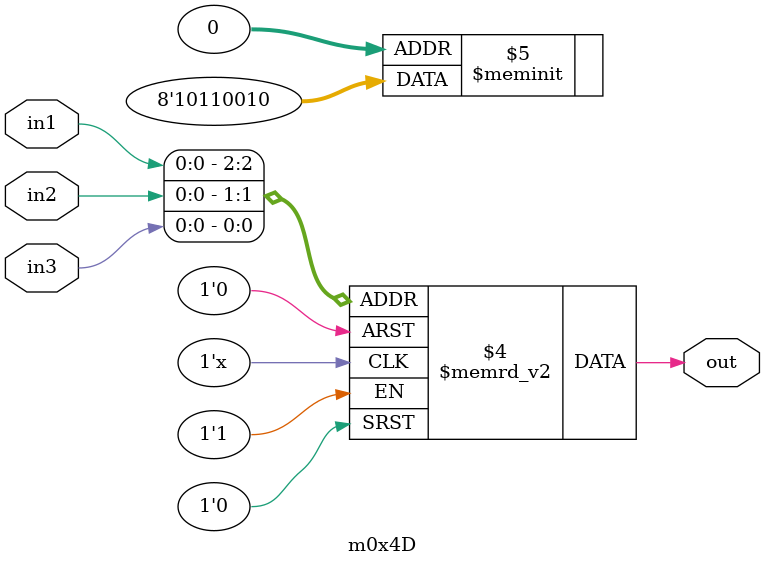
<source format=v>
module m0x4D(output out, input in1, in2, in3);

   always @(in1, in2, in3)
     begin
        case({in1, in2, in3})
          3'b000: {out} = 1'b0;
          3'b001: {out} = 1'b1;
          3'b010: {out} = 1'b0;
          3'b011: {out} = 1'b0;
          3'b100: {out} = 1'b1;
          3'b101: {out} = 1'b1;
          3'b110: {out} = 1'b0;
          3'b111: {out} = 1'b1;
        endcase // case ({in1, in2, in3})
     end // always @ (in1, in2, in3)

endmodule // m0x4D
</source>
